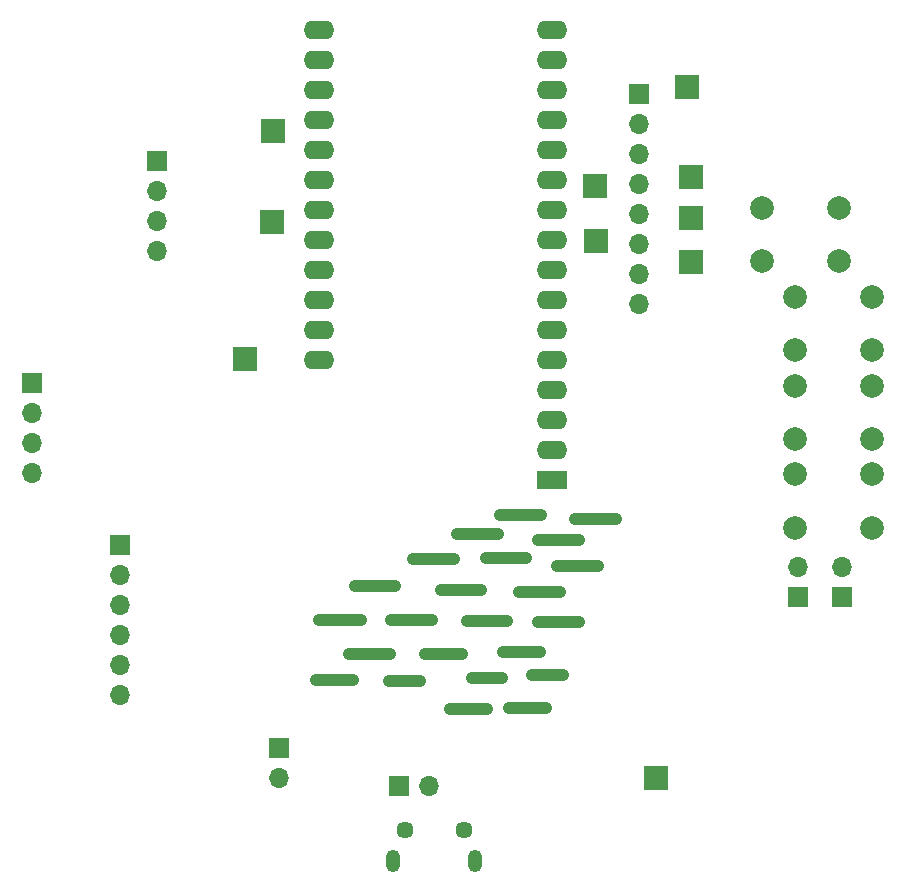
<source format=gbr>
%TF.GenerationSoftware,KiCad,Pcbnew,8.0.5*%
%TF.CreationDate,2024-10-28T11:51:33+01:00*%
%TF.ProjectId,Scent_Diffuser,5363656e-745f-4446-9966-66757365722e,rev?*%
%TF.SameCoordinates,Original*%
%TF.FileFunction,Soldermask,Bot*%
%TF.FilePolarity,Negative*%
%FSLAX46Y46*%
G04 Gerber Fmt 4.6, Leading zero omitted, Abs format (unit mm)*
G04 Created by KiCad (PCBNEW 8.0.5) date 2024-10-28 11:51:33*
%MOMM*%
%LPD*%
G01*
G04 APERTURE LIST*
G04 Aperture macros list*
%AMRoundRect*
0 Rectangle with rounded corners*
0 $1 Rounding radius*
0 $2 $3 $4 $5 $6 $7 $8 $9 X,Y pos of 4 corners*
0 Add a 4 corners polygon primitive as box body*
4,1,4,$2,$3,$4,$5,$6,$7,$8,$9,$2,$3,0*
0 Add four circle primitives for the rounded corners*
1,1,$1+$1,$2,$3*
1,1,$1+$1,$4,$5*
1,1,$1+$1,$6,$7*
1,1,$1+$1,$8,$9*
0 Add four rect primitives between the rounded corners*
20,1,$1+$1,$2,$3,$4,$5,0*
20,1,$1+$1,$4,$5,$6,$7,0*
20,1,$1+$1,$6,$7,$8,$9,0*
20,1,$1+$1,$8,$9,$2,$3,0*%
G04 Aperture macros list end*
%ADD10C,1.000000*%
%ADD11R,1.700000X1.700000*%
%ADD12O,1.700000X1.700000*%
%ADD13R,2.000000X2.000000*%
%ADD14C,2.000000*%
%ADD15O,1.200000X1.900000*%
%ADD16C,1.450000*%
%ADD17RoundRect,0.250000X1.050000X0.550000X-1.050000X0.550000X-1.050000X-0.550000X1.050000X-0.550000X0*%
%ADD18O,2.600000X1.600000*%
G04 APERTURE END LIST*
D10*
X84556600Y-152908000D02*
X81102200Y-152908000D01*
X70561200Y-158140400D02*
X66979800Y-158140400D01*
X82499200Y-162991800D02*
X79933800Y-162991800D01*
X82956400Y-158216600D02*
X79502000Y-158216600D01*
X87388700Y-155727400D02*
X83959700Y-155727400D01*
X89027000Y-151333200D02*
X85572600Y-151333200D01*
X85775800Y-149199600D02*
X82321400Y-149199600D01*
X85712300Y-160807400D02*
X82588100Y-160807400D01*
X80759300Y-155549600D02*
X77330300Y-155549600D01*
X81241900Y-165658800D02*
X78117700Y-165658800D01*
X72974200Y-161010600D02*
X69519800Y-161010600D01*
X75539600Y-163245800D02*
X72923400Y-163245800D01*
X86220300Y-165557200D02*
X83096100Y-165557200D01*
X82118200Y-150825200D02*
X78663800Y-150825200D01*
X79082900Y-160959800D02*
X75958700Y-160959800D01*
X89001600Y-158292800D02*
X85547200Y-158292800D01*
X87630000Y-162763200D02*
X85013800Y-162763200D01*
X78409800Y-152958800D02*
X74955400Y-152958800D01*
X69862700Y-163207700D02*
X66789300Y-163182300D01*
X76555600Y-158140400D02*
X73101200Y-158140400D01*
X73469500Y-155270200D02*
X70040500Y-155270200D01*
X90627200Y-153543000D02*
X87172800Y-153543000D01*
X92151200Y-149606000D02*
X88696800Y-149606000D01*
D11*
%TO.C,J5*%
X73761600Y-172161200D03*
D12*
X76301600Y-172161200D03*
%TD*%
D13*
%TO.C,TP2*%
X60700000Y-136000000D03*
%TD*%
%TO.C,J15*%
X90373200Y-121412000D03*
%TD*%
D14*
%TO.C,SW2*%
X107316200Y-138262800D03*
X113816200Y-138262800D03*
X107316200Y-142762800D03*
X113816200Y-142762800D03*
%TD*%
%TO.C,SW1*%
X107317400Y-145791800D03*
X113817400Y-145791800D03*
X107317400Y-150291800D03*
X113817400Y-150291800D03*
%TD*%
D13*
%TO.C,J13*%
X98500000Y-120600000D03*
%TD*%
D11*
%TO.C,J3*%
X94081600Y-113588800D03*
D12*
X94081600Y-116128800D03*
X94081600Y-118668800D03*
X94081600Y-121208800D03*
X94081600Y-123748800D03*
X94081600Y-126288800D03*
X94081600Y-128828800D03*
X94081600Y-131368800D03*
%TD*%
D15*
%TO.C,J1*%
X73250000Y-178562000D03*
D16*
X74250000Y-175862000D03*
X79250000Y-175862000D03*
D15*
X80250000Y-178562000D03*
%TD*%
D13*
%TO.C,J12*%
X98171000Y-113030000D03*
%TD*%
D11*
%TO.C,J6*%
X53253000Y-119263000D03*
D12*
X53253000Y-121803000D03*
X53253000Y-124343000D03*
X53253000Y-126883000D03*
%TD*%
D13*
%TO.C,J32*%
X63119000Y-116713000D03*
%TD*%
D11*
%TO.C,J4*%
X63626600Y-168930000D03*
D12*
X63626600Y-171470000D03*
%TD*%
D14*
%TO.C,SW3*%
X107317400Y-130729600D03*
X113817400Y-130729600D03*
X107317400Y-135229600D03*
X113817400Y-135229600D03*
%TD*%
D11*
%TO.C,J7*%
X42672000Y-138049000D03*
D12*
X42672000Y-140589000D03*
X42672000Y-143129000D03*
X42672000Y-145669000D03*
%TD*%
D13*
%TO.C,J8*%
X98500000Y-127800000D03*
%TD*%
D11*
%TO.C,J10*%
X107594400Y-156164200D03*
D12*
X107594400Y-153624200D03*
%TD*%
D17*
%TO.C,U1*%
X86752500Y-146300000D03*
D18*
X86752500Y-143760000D03*
X86752500Y-141220000D03*
X86752500Y-138680000D03*
X86752500Y-136140000D03*
X86752500Y-133600000D03*
X86752500Y-131060000D03*
X86752500Y-128520000D03*
X86752500Y-125980000D03*
X86752500Y-123440000D03*
X86752500Y-120900000D03*
X86752500Y-118360000D03*
X86752500Y-115820000D03*
X86752500Y-113280000D03*
X86752500Y-110740000D03*
X86752500Y-108200000D03*
X67032500Y-108200000D03*
X67032500Y-110740000D03*
X67032500Y-113280000D03*
X67032500Y-115820000D03*
X67032500Y-118360000D03*
X67032500Y-120900000D03*
X67032500Y-123440000D03*
X67032500Y-125980000D03*
X67032500Y-128520000D03*
X67032500Y-131060000D03*
X67032500Y-133600000D03*
X67032500Y-136140000D03*
%TD*%
D11*
%TO.C,J2*%
X50139600Y-151739600D03*
D12*
X50139600Y-154279600D03*
X50139600Y-156819600D03*
X50139600Y-159359600D03*
X50139600Y-161899600D03*
X50139600Y-164439600D03*
%TD*%
D11*
%TO.C,J11*%
X111252000Y-156159200D03*
D12*
X111252000Y-153619200D03*
%TD*%
D13*
%TO.C,TP1*%
X95500000Y-171500000D03*
%TD*%
%TO.C,J14*%
X90500000Y-126034800D03*
%TD*%
%TO.C,J33*%
X62992000Y-124460000D03*
%TD*%
%TO.C,J9*%
X98500000Y-124100000D03*
%TD*%
D14*
%TO.C,SW4*%
X104496800Y-123226000D03*
X110996800Y-123226000D03*
X104496800Y-127726000D03*
X110996800Y-127726000D03*
%TD*%
M02*

</source>
